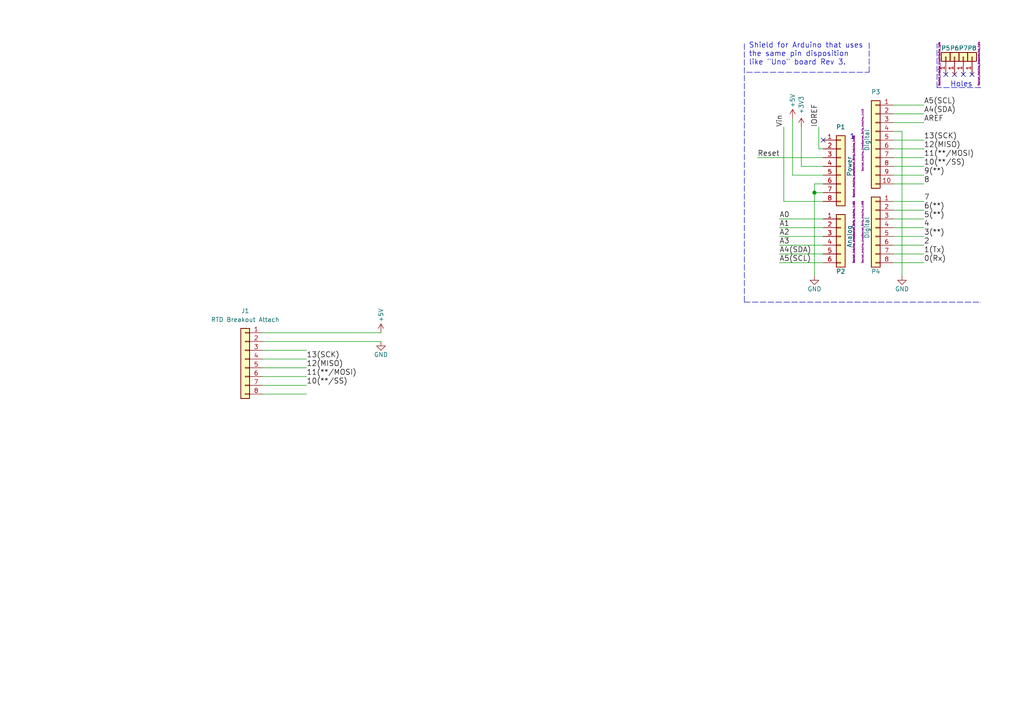
<source format=kicad_sch>
(kicad_sch (version 20211123) (generator eeschema)
  (paper "A4")
  (title_block (date "lun. 30 mars 2015"))
  (lib_symbols
    (symbol "Connector_Generic:Conn_01x01" (pin_names (offset 1.016) hide)
      (property "Reference" "J" (at 0 2.54 0))
      (property "Value" "Conn_01x01" (at 0 -2.54 0))
      (symbol "Conn_01x01_1_1"
        (rectangle (start -1.27 0.127) (end 0 -0.127) (stroke (width 0.1524)))
        (rectangle (start -1.27 1.27) (end 1.27 -1.27) (stroke (width 0.254)) (fill (type background)))
        (pin passive line (at -5.08 0 0) (length 3.81) (name "Pin_1") (number "1"))
      )
    )
    (symbol "Connector_Generic:Conn_01x06" (pin_names (offset 1.016) hide)
      (property "Reference" "J" (at 0 7.62 0))
      (property "Value" "Conn_01x06" (at 0 -10.16 0))
      (symbol "Conn_01x06_1_1"
        (rectangle (start -1.27 -7.493) (end 0 -7.747) (stroke (width 0.1524)))
        (rectangle (start -1.27 -4.953) (end 0 -5.207) (stroke (width 0.1524)))
        (rectangle (start -1.27 -2.413) (end 0 -2.667) (stroke (width 0.1524)))
        (rectangle (start -1.27 0.127) (end 0 -0.127) (stroke (width 0.1524)))
        (rectangle (start -1.27 2.667) (end 0 2.413) (stroke (width 0.1524)))
        (rectangle (start -1.27 5.207) (end 0 4.953) (stroke (width 0.1524)))
        (rectangle (start -1.27 6.35) (end 1.27 -8.89) (stroke (width 0.254)) (fill (type background)))
        (pin passive line (at -5.08 5.08 0) (length 3.81) (name "Pin_1") (number "1"))
        (pin passive line (at -5.08 2.54 0) (length 3.81) (name "Pin_2") (number "2"))
        (pin passive line (at -5.08 0 0) (length 3.81) (name "Pin_3") (number "3"))
        (pin passive line (at -5.08 -2.54 0) (length 3.81) (name "Pin_4") (number "4"))
        (pin passive line (at -5.08 -5.08 0) (length 3.81) (name "Pin_5") (number "5"))
        (pin passive line (at -5.08 -7.62 0) (length 3.81) (name "Pin_6") (number "6"))
      )
    )
    (symbol "Connector_Generic:Conn_01x08" (pin_names (offset 1.016) hide)
      (property "Reference" "J" (at 0 10.16 0))
      (property "Value" "Conn_01x08" (at 0 -12.7 0))
      (symbol "Conn_01x08_1_1"
        (rectangle (start -1.27 -10.033) (end 0 -10.287) (stroke (width 0.1524)))
        (rectangle (start -1.27 -7.493) (end 0 -7.747) (stroke (width 0.1524)))
        (rectangle (start -1.27 -4.953) (end 0 -5.207) (stroke (width 0.1524)))
        (rectangle (start -1.27 -2.413) (end 0 -2.667) (stroke (width 0.1524)))
        (rectangle (start -1.27 0.127) (end 0 -0.127) (stroke (width 0.1524)))
        (rectangle (start -1.27 2.667) (end 0 2.413) (stroke (width 0.1524)))
        (rectangle (start -1.27 5.207) (end 0 4.953) (stroke (width 0.1524)))
        (rectangle (start -1.27 7.747) (end 0 7.493) (stroke (width 0.1524)))
        (rectangle (start -1.27 8.89) (end 1.27 -11.43) (stroke (width 0.254)) (fill (type background)))
        (pin passive line (at -5.08 7.62 0) (length 3.81) (name "Pin_1") (number "1"))
        (pin passive line (at -5.08 5.08 0) (length 3.81) (name "Pin_2") (number "2"))
        (pin passive line (at -5.08 2.54 0) (length 3.81) (name "Pin_3") (number "3"))
        (pin passive line (at -5.08 0 0) (length 3.81) (name "Pin_4") (number "4"))
        (pin passive line (at -5.08 -2.54 0) (length 3.81) (name "Pin_5") (number "5"))
        (pin passive line (at -5.08 -5.08 0) (length 3.81) (name "Pin_6") (number "6"))
        (pin passive line (at -5.08 -7.62 0) (length 3.81) (name "Pin_7") (number "7"))
        (pin passive line (at -5.08 -10.16 0) (length 3.81) (name "Pin_8") (number "8"))
      )
    )
    (symbol "Connector_Generic:Conn_01x10" (pin_names (offset 1.016) hide)
      (property "Reference" "J" (at 0 12.7 0))
      (property "Value" "Conn_01x10" (at 0 -15.24 0))
      (symbol "Conn_01x10_1_1"
        (rectangle (start -1.27 -12.573) (end 0 -12.827) (stroke (width 0.1524)))
        (rectangle (start -1.27 -10.033) (end 0 -10.287) (stroke (width 0.1524)))
        (rectangle (start -1.27 -7.493) (end 0 -7.747) (stroke (width 0.1524)))
        (rectangle (start -1.27 -4.953) (end 0 -5.207) (stroke (width 0.1524)))
        (rectangle (start -1.27 -2.413) (end 0 -2.667) (stroke (width 0.1524)))
        (rectangle (start -1.27 0.127) (end 0 -0.127) (stroke (width 0.1524)))
        (rectangle (start -1.27 2.667) (end 0 2.413) (stroke (width 0.1524)))
        (rectangle (start -1.27 5.207) (end 0 4.953) (stroke (width 0.1524)))
        (rectangle (start -1.27 7.747) (end 0 7.493) (stroke (width 0.1524)))
        (rectangle (start -1.27 10.287) (end 0 10.033) (stroke (width 0.1524)))
        (rectangle (start -1.27 11.43) (end 1.27 -13.97) (stroke (width 0.254)) (fill (type background)))
        (pin passive line (at -5.08 10.16 0) (length 3.81) (name "Pin_1") (number "1"))
        (pin passive line (at -5.08 -12.7 0) (length 3.81) (name "Pin_10") (number "10"))
        (pin passive line (at -5.08 7.62 0) (length 3.81) (name "Pin_2") (number "2"))
        (pin passive line (at -5.08 5.08 0) (length 3.81) (name "Pin_3") (number "3"))
        (pin passive line (at -5.08 2.54 0) (length 3.81) (name "Pin_4") (number "4"))
        (pin passive line (at -5.08 0 0) (length 3.81) (name "Pin_5") (number "5"))
        (pin passive line (at -5.08 -2.54 0) (length 3.81) (name "Pin_6") (number "6"))
        (pin passive line (at -5.08 -5.08 0) (length 3.81) (name "Pin_7") (number "7"))
        (pin passive line (at -5.08 -7.62 0) (length 3.81) (name "Pin_8") (number "8"))
        (pin passive line (at -5.08 -10.16 0) (length 3.81) (name "Pin_9") (number "9"))
      )
    )
    (symbol "power:+3.3V" (power) (pin_names (offset 0))
      (property "Value" "+3.3V" (at 0 3.556 0))
      (symbol "+3.3V_0_1"
        (polyline (pts (xy -0.762 1.27) (xy 0 2.54)))
        (polyline (pts (xy 0 0) (xy 0 2.54)))
        (polyline (pts (xy 0 2.54) (xy 0.762 1.27)))
      )
      (symbol "+3.3V_1_1"
        (pin power_in line (at 0 0 90) (length 0) hide (name "+3V3") (number "1"))
      )
    )
    (symbol "power:+5V" (power) (pin_names (offset 0))
      (property "Value" "+5V" (at 0 3.556 0))
      (symbol "+5V_0_1"
        (polyline (pts (xy -0.762 1.27) (xy 0 2.54)))
        (polyline (pts (xy 0 0) (xy 0 2.54)))
        (polyline (pts (xy 0 2.54) (xy 0.762 1.27)))
      )
      (symbol "+5V_1_1"
        (pin power_in line (at 0 0 90) (length 0) hide (name "+5V") (number "1"))
      )
    )
    (symbol "power:GND" (power) (pin_names (offset 0))
      (property "Value" "GND" (at 0 -3.81 0))
      (symbol "GND_0_1"
        (polyline (pts (xy 0 0) (xy 0 -1.27) (xy 1.27 -1.27) (xy 0 -2.54) (xy -1.27 -1.27) (xy 0 -1.27)))
      )
      (symbol "GND_1_1"
        (pin power_in line (at 0 0 270) (length 0) hide (name "GND") (number "1"))
      )
    )
  )
  (junction (at 236.22 55.88) (diameter 1.016))
  (no_connect (at 279.4 21.59))
  (no_connect (at 274.32 21.59))
  (no_connect (at 276.86 21.59))
  (no_connect (at 281.94 21.59))
  (no_connect (at 238.76 40.64))
  (wire (pts (xy 238.76 48.26) (xy 232.41 48.26)))
  (wire (pts (xy 238.76 71.12) (xy 226.06 71.12)))
  (wire (pts (xy 110.49 96.52) (xy 76.2 96.52)))
  (polyline (pts (xy 252.095 20.955) (xy 252.095 12.065)) (stroke (width 0) (type dash)))
  (wire (pts (xy 259.08 63.5) (xy 267.97 63.5)))
  (wire (pts (xy 88.9 101.6) (xy 76.2 101.6)))
  (wire (pts (xy 236.22 53.34) (xy 236.22 55.88)))
  (wire (pts (xy 88.9 111.76) (xy 76.2 111.76)))
  (wire (pts (xy 259.08 43.18) (xy 267.97 43.18)))
  (wire (pts (xy 261.62 38.1) (xy 261.62 80.01)))
  (wire (pts (xy 238.76 53.34) (xy 236.22 53.34)))
  (wire (pts (xy 88.9 114.3) (xy 76.2 114.3)))
  (wire (pts (xy 259.08 53.34) (xy 267.97 53.34)))
  (wire (pts (xy 237.49 43.18) (xy 238.76 43.18)))
  (wire (pts (xy 238.76 50.8) (xy 229.87 50.8)))
  (wire (pts (xy 259.08 40.64) (xy 267.97 40.64)))
  (wire (pts (xy 88.9 109.22) (xy 76.2 109.22)))
  (wire (pts (xy 259.08 58.42) (xy 267.97 58.42)))
  (wire (pts (xy 238.76 66.04) (xy 226.06 66.04)))
  (wire (pts (xy 259.08 30.48) (xy 267.97 30.48)))
  (wire (pts (xy 259.08 71.12) (xy 267.97 71.12)))
  (wire (pts (xy 238.76 58.42) (xy 227.33 58.42)))
  (wire (pts (xy 238.76 63.5) (xy 226.06 63.5)))
  (wire (pts (xy 76.2 99.06) (xy 110.49 99.06)))
  (wire (pts (xy 259.08 45.72) (xy 267.97 45.72)))
  (wire (pts (xy 238.76 73.66) (xy 226.06 73.66)))
  (polyline (pts (xy 284.48 25.4) (xy 271.78 25.4)) (stroke (width 0) (type dash)))
  (wire (pts (xy 238.76 45.72) (xy 219.71 45.72)))
  (wire (pts (xy 259.08 38.1) (xy 261.62 38.1)))
  (wire (pts (xy 238.76 55.88) (xy 236.22 55.88)))
  (wire (pts (xy 259.08 50.8) (xy 267.97 50.8)))
  (wire (pts (xy 88.9 104.14) (xy 76.2 104.14)))
  (wire (pts (xy 236.22 55.88) (xy 236.22 80.01)))
  (wire (pts (xy 227.33 58.42) (xy 227.33 36.83)))
  (wire (pts (xy 88.9 106.68) (xy 76.2 106.68)))
  (polyline (pts (xy 215.9 87.63) (xy 284.48 87.63)) (stroke (width 0) (type dash)))
  (wire (pts (xy 259.08 68.58) (xy 267.97 68.58)))
  (wire (pts (xy 238.76 76.2) (xy 226.06 76.2)))
  (wire (pts (xy 259.08 73.66) (xy 267.97 73.66)))
  (polyline (pts (xy 271.78 25.4) (xy 271.78 12.7)) (stroke (width 0) (type dash)))
  (wire (pts (xy 259.08 60.96) (xy 267.97 60.96)))
  (wire (pts (xy 229.87 50.8) (xy 229.87 34.29)))
  (wire (pts (xy 259.08 33.02) (xy 267.97 33.02)))
  (wire (pts (xy 259.08 66.04) (xy 267.97 66.04)))
  (wire (pts (xy 259.08 35.56) (xy 267.97 35.56)))
  (polyline (pts (xy 215.9 12.7) (xy 215.9 87.63)) (stroke (width 0) (type dash)))
  (wire (pts (xy 232.41 48.26) (xy 232.41 36.83)))
  (wire (pts (xy 237.49 36.83) (xy 237.49 43.18)))
  (wire (pts (xy 259.08 76.2) (xy 267.97 76.2)))
  (wire (pts (xy 259.08 48.26) (xy 267.97 48.26)))
  (wire (pts (xy 238.76 68.58) (xy 226.06 68.58)))
  (polyline (pts (xy 216.535 20.955) (xy 252.095 20.955)) (stroke (width 0) (type dash)))
  (text "Holes" (at 275.59 25.4 0) (effects (font (size 1.524 1.524)) (justify left bottom)))
  (text "Shield for Arduino that uses\nthe same pin disposition\nlike \"Uno\" board Rev 3." (at 217.17 19.05 0) (effects (font (size 1.524 1.524)) (justify left bottom)))
  (text "1" (at 246.38 40.64 0) (effects (font (size 1.524 1.524)) (justify left bottom)))
  (label "Vin" (at 227.33 36.83 90) (effects (font (size 1.524 1.524))))
  (label "13(SCK)" (at 88.9 104.14 0) (effects (font (size 1.524 1.524))))
  (label "0(Rx)" (at 267.97 76.2 0) (effects (font (size 1.524 1.524))))
  (label "A4(SDA)" (at 226.06 73.66 0) (effects (font (size 1.524 1.524))))
  (label "11(**/MOSI)" (at 88.9 109.22 0) (effects (font (size 1.524 1.524))))
  (label "4" (at 267.97 66.04 0) (effects (font (size 1.524 1.524))))
  (label "5(**)" (at 267.97 63.5 0) (effects (font (size 1.524 1.524))))
  (label "A2" (at 226.06 68.58 0) (effects (font (size 1.524 1.524))))
  (label "A5(SCL)" (at 226.06 76.2 0) (effects (font (size 1.524 1.524))))
  (label "A0" (at 226.06 63.5 0) (effects (font (size 1.524 1.524))))
  (label "A1" (at 226.06 66.04 0) (effects (font (size 1.524 1.524))))
  (label "10(**/SS)" (at 267.97 48.26 0) (effects (font (size 1.524 1.524))))
  (label "13(SCK)" (at 267.97 40.64 0) (effects (font (size 1.524 1.524))))
  (label "7" (at 267.97 58.42 0) (effects (font (size 1.524 1.524))))
  (label "A4(SDA)" (at 267.97 33.02 0) (effects (font (size 1.524 1.524))))
  (label "A3" (at 226.06 71.12 0) (effects (font (size 1.524 1.524))))
  (label "Reset" (at 219.71 45.72 0) (effects (font (size 1.524 1.524))))
  (label "10(**/SS)" (at 88.9 111.76 0) (effects (font (size 1.524 1.524))))
  (label "2" (at 267.97 71.12 0) (effects (font (size 1.524 1.524))))
  (label "12(MISO)" (at 267.97 43.18 0) (effects (font (size 1.524 1.524))))
  (label "3(**)" (at 267.97 68.58 0) (effects (font (size 1.524 1.524))))
  (label "9(**)" (at 267.97 50.8 0) (effects (font (size 1.524 1.524))))
  (label "8" (at 267.97 53.34 0) (effects (font (size 1.524 1.524))))
  (label "A5(SCL)" (at 267.97 30.48 0) (effects (font (size 1.524 1.524))))
  (label "IOREF" (at 237.49 36.83 90) (effects (font (size 1.524 1.524))))
  (label "AREF" (at 267.97 35.56 0) (effects (font (size 1.524 1.524))))
  (label "11(**/MOSI)" (at 267.97 45.72 0) (effects (font (size 1.524 1.524))))
  (label "1(Tx)" (at 267.97 73.66 0) (effects (font (size 1.524 1.524))))
  (label "6(**)" (at 267.97 60.96 0) (effects (font (size 1.524 1.524))))
  (label "12(MISO)" (at 88.9 106.68 0) (effects (font (size 1.524 1.524))))
  (symbol (lib_id "Connector_Generic:Conn_01x08") (at 243.84 48.26 0) (unit 1)
    (property "Reference" "P1" (at 243.84 36.83 0))
    (property "Value" "Power" (at 246.38 48.26 90))
    (property "Footprint" "Socket_Arduino_Uno:Socket_Strip_Arduino_1x08" (at 247.65 48.26 90) (effects (font (size 0.508 0.508))))
  )
  (symbol (lib_id "power:+3.3V") (at 232.41 36.83 0) (unit 1)
    (property "Reference" "#PWR01" (effects hide))
    (property "Value" "+3.3V" (at 232.41 30.48 90))
  )
  (symbol (lib_id "power:+5V") (at 229.87 34.29 0) (unit 1)
    (property "Reference" "#PWR02" (effects hide))
    (property "Value" "+5V" (at 229.87 29.21 90))
  )
  (symbol (lib_id "power:GND") (at 236.22 80.01 0) (unit 1)
    (property "Reference" "#PWR03" (effects hide))
    (property "Value" "GND" (at 236.22 83.82 0))
  )
  (symbol (lib_id "power:GND") (at 261.62 80.01 0) (unit 1)
    (property "Reference" "#PWR04" (effects hide))
    (property "Value" "GND" (at 261.62 83.82 0))
  )
  (symbol (lib_id "Connector_Generic:Conn_01x06") (at 243.84 68.58 0) (unit 1)
    (property "Reference" "P2" (at 243.84 78.74 0))
    (property "Value" "Analog" (at 246.38 68.58 90))
    (property "Footprint" "Socket_Arduino_Uno:Socket_Strip_Arduino_1x06" (at 247.65 67.31 90) (effects (font (size 0.508 0.508))))
  )
  (symbol (lib_id "Connector_Generic:Conn_01x01") (at 274.32 16.51 90) (unit 1)
    (property "Reference" "P5" (at 274.32 13.97 90))
    (property "Value" "CONN_01X01" (effects hide))
    (property "Footprint" "Socket_Arduino_Uno:Arduino_1pin" (at 272.4404 18.5166 0) (effects (font (size 0.508 0.508))))
  )
  (symbol (lib_id "Connector_Generic:Conn_01x01") (at 276.86 16.51 90) (unit 1)
    (property "Reference" "P6" (at 276.86 13.97 90))
    (property "Value" "CONN_01X01" (effects hide))
    (property "Footprint" "Socket_Arduino_Uno:Arduino_1pin" (effects hide))
  )
  (symbol (lib_id "Connector_Generic:Conn_01x01") (at 279.4 16.51 90) (unit 1)
    (property "Reference" "P7" (at 279.4 13.97 90))
    (property "Value" "CONN_01X01" (effects hide))
    (property "Footprint" "Socket_Arduino_Uno:Arduino_1pin" (effects hide))
  )
  (symbol (lib_id "Connector_Generic:Conn_01x01") (at 281.94 16.51 90) (unit 1)
    (property "Reference" "P8" (at 281.94 13.97 90))
    (property "Value" "CONN_01X01" (effects hide))
    (property "Footprint" "Socket_Arduino_Uno:Arduino_1pin" (at 283.9212 18.4404 0) (effects (font (size 0.508 0.508))))
  )
  (symbol (lib_id "Connector_Generic:Conn_01x08") (at 254 66.04 0) (mirror y) (unit 1)
    (property "Reference" "P4" (at 254 78.74 0))
    (property "Value" "Digital" (at 251.46 66.04 90))
    (property "Footprint" "Socket_Arduino_Uno:Socket_Strip_Arduino_1x08" (at 250.19 67.31 90) (effects (font (size 0.508 0.508))))
  )
  (symbol (lib_id "Connector_Generic:Conn_01x10") (at 254 40.64 0) (mirror y) (unit 1)
    (property "Reference" "P3" (at 254 26.67 0))
    (property "Value" "Digital" (at 251.46 40.64 90))
    (property "Footprint" "Socket_Arduino_Uno:Socket_Strip_Arduino_1x10" (at 250.19 40.64 90) (effects (font (size 0.508 0.508))))
  )
  (symbol (lib_id "power:GND") (at 110.49 99.06 0) (unit 1)
    (property "Reference" "#PWR0101" (effects hide))
    (property "Value" "GND" (at 110.49 102.87 0))
  )
  (symbol (lib_id "power:+5V") (at 110.49 96.52 0) (unit 1)
    (property "Reference" "#PWR0102" (effects hide))
    (property "Value" "+5V" (at 110.49 91.44 90))
  )
  (symbol (lib_id "Connector_Generic:Conn_01x08") (at 71.12 104.14 0) (mirror y) (unit 1)
    (property "Reference" "J1" (at 71.12 90.17 0))
    (property "Value" "RTD Breakout Attach" (at 71.12 92.71 0))
    (property "Footprint" "Socket_Arduino_Uno:Socket_Strip_Arduino_1x08" (effects hide))
  )
)
</source>
